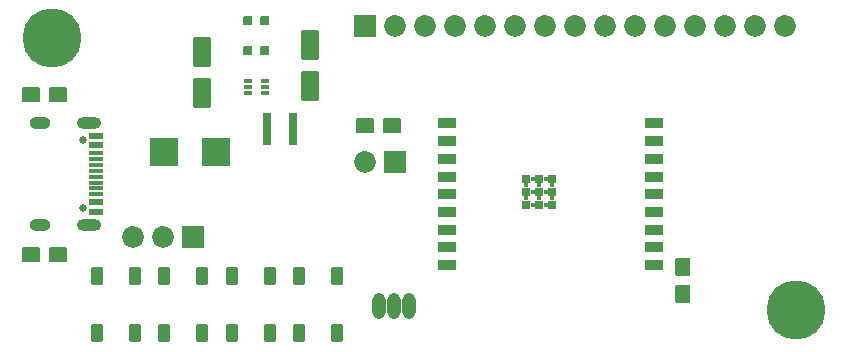
<source format=gbr>
%TF.GenerationSoftware,Altium Limited,Altium Designer,24.0.1 (36)*%
G04 Layer_Color=255*
%FSLAX45Y45*%
%MOMM*%
%TF.SameCoordinates,DDEBADB9-0EAF-4DA9-B7D3-1C4C0305AAAB*%
%TF.FilePolarity,Positive*%
%TF.FileFunction,Pads,Top*%
%TF.Part,Single*%
G01*
G75*
%TA.AperFunction,SMDPad,CuDef*%
G04:AMPARAMS|DCode=10|XSize=1.524mm|YSize=1.27mm|CornerRadius=0.09525mm|HoleSize=0mm|Usage=FLASHONLY|Rotation=180.000|XOffset=0mm|YOffset=0mm|HoleType=Round|Shape=RoundedRectangle|*
%AMROUNDEDRECTD10*
21,1,1.52400,1.07950,0,0,180.0*
21,1,1.33350,1.27000,0,0,180.0*
1,1,0.19050,-0.66675,0.53975*
1,1,0.19050,0.66675,0.53975*
1,1,0.19050,0.66675,-0.53975*
1,1,0.19050,-0.66675,-0.53975*
%
%ADD10ROUNDEDRECTD10*%
%TA.AperFunction,BGAPad,CuDef*%
%ADD11R,0.70000X0.70000*%
%TA.AperFunction,SMDPad,CuDef*%
%ADD12R,1.50000X0.90000*%
G04:AMPARAMS|DCode=13|XSize=1.524mm|YSize=1.27mm|CornerRadius=0.09525mm|HoleSize=0mm|Usage=FLASHONLY|Rotation=270.000|XOffset=0mm|YOffset=0mm|HoleType=Round|Shape=RoundedRectangle|*
%AMROUNDEDRECTD13*
21,1,1.52400,1.07950,0,0,270.0*
21,1,1.33350,1.27000,0,0,270.0*
1,1,0.19050,-0.53975,-0.66675*
1,1,0.19050,-0.53975,0.66675*
1,1,0.19050,0.53975,0.66675*
1,1,0.19050,0.53975,-0.66675*
%
%ADD13ROUNDEDRECTD13*%
G04:AMPARAMS|DCode=14|XSize=1mm|YSize=1.5mm|CornerRadius=0.075mm|HoleSize=0mm|Usage=FLASHONLY|Rotation=0.000|XOffset=0mm|YOffset=0mm|HoleType=Round|Shape=RoundedRectangle|*
%AMROUNDEDRECTD14*
21,1,1.00000,1.35000,0,0,0.0*
21,1,0.85000,1.50000,0,0,0.0*
1,1,0.15000,0.42500,-0.67500*
1,1,0.15000,-0.42500,-0.67500*
1,1,0.15000,-0.42500,0.67500*
1,1,0.15000,0.42500,0.67500*
%
%ADD14ROUNDEDRECTD14*%
%ADD15R,0.80000X2.70000*%
G04:AMPARAMS|DCode=16|XSize=0.66mm|YSize=0.31mm|CornerRadius=0.02325mm|HoleSize=0mm|Usage=FLASHONLY|Rotation=0.000|XOffset=0mm|YOffset=0mm|HoleType=Round|Shape=RoundedRectangle|*
%AMROUNDEDRECTD16*
21,1,0.66000,0.26350,0,0,0.0*
21,1,0.61350,0.31000,0,0,0.0*
1,1,0.04650,0.30675,-0.13175*
1,1,0.04650,-0.30675,-0.13175*
1,1,0.04650,-0.30675,0.13175*
1,1,0.04650,0.30675,0.13175*
%
%ADD16ROUNDEDRECTD16*%
G04:AMPARAMS|DCode=17|XSize=0.762mm|YSize=0.762mm|CornerRadius=0.0381mm|HoleSize=0mm|Usage=FLASHONLY|Rotation=0.000|XOffset=0mm|YOffset=0mm|HoleType=Round|Shape=RoundedRectangle|*
%AMROUNDEDRECTD17*
21,1,0.76200,0.68580,0,0,0.0*
21,1,0.68580,0.76200,0,0,0.0*
1,1,0.07620,0.34290,-0.34290*
1,1,0.07620,-0.34290,-0.34290*
1,1,0.07620,-0.34290,0.34290*
1,1,0.07620,0.34290,0.34290*
%
%ADD17ROUNDEDRECTD17*%
%ADD18R,2.40000X2.40000*%
G04:AMPARAMS|DCode=19|XSize=2.5mm|YSize=1.6mm|CornerRadius=0.12mm|HoleSize=0mm|Usage=FLASHONLY|Rotation=90.000|XOffset=0mm|YOffset=0mm|HoleType=Round|Shape=RoundedRectangle|*
%AMROUNDEDRECTD19*
21,1,2.50000,1.36000,0,0,90.0*
21,1,2.26000,1.60000,0,0,90.0*
1,1,0.24000,0.68000,1.13000*
1,1,0.24000,0.68000,-1.13000*
1,1,0.24000,-0.68000,-1.13000*
1,1,0.24000,-0.68000,1.13000*
%
%ADD19ROUNDEDRECTD19*%
%TA.AperFunction,ConnectorPad*%
%ADD20R,1.15000X0.30000*%
%ADD21R,1.15000X0.60000*%
%TA.AperFunction,ComponentPad*%
%ADD27C,1.85000*%
%ADD28R,1.85000X1.85000*%
%ADD29C,0.40000*%
%ADD30O,1.11000X2.22000*%
%ADD31C,0.65000*%
%ADD32O,2.10000X1.00000*%
%ADD33O,1.80000X1.00000*%
%ADD34C,5.00000*%
D10*
X3000000Y1900000D02*
D03*
X3228600D02*
D03*
X403860Y2166620D02*
D03*
X175260D02*
D03*
X406400Y812800D02*
D03*
X177800D02*
D03*
D11*
X4586000Y1456000D02*
D03*
X4476000D02*
D03*
X4366000D02*
D03*
Y1236000D02*
D03*
X4476000D02*
D03*
X4586000D02*
D03*
Y1346000D02*
D03*
X4366000D02*
D03*
X4476000D02*
D03*
D12*
X3697000Y726000D02*
D03*
Y876000D02*
D03*
Y1026000D02*
D03*
Y1176000D02*
D03*
Y1326000D02*
D03*
Y1476000D02*
D03*
Y1626000D02*
D03*
Y1776000D02*
D03*
Y1926000D02*
D03*
X5447000D02*
D03*
Y1776000D02*
D03*
Y1626000D02*
D03*
Y1476000D02*
D03*
Y1326000D02*
D03*
Y1176000D02*
D03*
Y1026000D02*
D03*
Y876000D02*
D03*
Y726000D02*
D03*
D13*
X5697220Y477520D02*
D03*
Y706120D02*
D03*
D14*
X1051500Y637880D02*
D03*
Y147880D02*
D03*
X731500Y637880D02*
D03*
Y147880D02*
D03*
X1874500D02*
D03*
Y637880D02*
D03*
X2194500Y147880D02*
D03*
Y637880D02*
D03*
X1623000D02*
D03*
Y147880D02*
D03*
X1303000Y637880D02*
D03*
Y147880D02*
D03*
X2446000D02*
D03*
Y637880D02*
D03*
X2766000Y147880D02*
D03*
Y637880D02*
D03*
D15*
X2176000Y1879600D02*
D03*
X2396000D02*
D03*
D16*
X2009300Y2285200D02*
D03*
Y2235200D02*
D03*
Y2185200D02*
D03*
X2156300D02*
D03*
Y2235200D02*
D03*
Y2285200D02*
D03*
D17*
X2012950Y2540000D02*
D03*
X2152650D02*
D03*
Y2794000D02*
D03*
X2012950D02*
D03*
D18*
X1740480Y1684020D02*
D03*
X1300480D02*
D03*
D19*
X2540000Y2240800D02*
D03*
Y2590800D02*
D03*
X1625600Y2534400D02*
D03*
Y2184400D02*
D03*
D20*
X725500Y1675000D02*
D03*
Y1625000D02*
D03*
Y1575000D02*
D03*
Y1325000D02*
D03*
Y1375000D02*
D03*
Y1425000D02*
D03*
Y1525000D02*
D03*
Y1475000D02*
D03*
D21*
Y1260000D02*
D03*
Y1740000D02*
D03*
Y1180000D02*
D03*
Y1820000D02*
D03*
D27*
X3000000Y1600000D02*
D03*
X6556000Y2750000D02*
D03*
X6302000D02*
D03*
X4778000D02*
D03*
X4524000D02*
D03*
X4270000D02*
D03*
X4016000D02*
D03*
X3254000D02*
D03*
X3508000D02*
D03*
X3762000D02*
D03*
X5032000D02*
D03*
X5286000D02*
D03*
X5540000D02*
D03*
X5794000D02*
D03*
X6048000D02*
D03*
X1041400Y965200D02*
D03*
X1295400D02*
D03*
D28*
X3254000Y1600000D02*
D03*
X3000000Y2750000D02*
D03*
X1549400Y965200D02*
D03*
D29*
X4586000Y1401000D02*
D03*
X4476000D02*
D03*
X4531000Y1456000D02*
D03*
X4421000D02*
D03*
X4531000Y1346000D02*
D03*
X4586000Y1291000D02*
D03*
X4476000D02*
D03*
X4421000Y1346000D02*
D03*
X4531000Y1236000D02*
D03*
X4366000Y1401000D02*
D03*
Y1291000D02*
D03*
X4421000Y1236000D02*
D03*
D30*
X3124200Y378285D02*
D03*
X3251200D02*
D03*
X3378200D02*
D03*
D31*
X618000Y1789000D02*
D03*
Y1211000D02*
D03*
D32*
X668000Y1068000D02*
D03*
Y1932000D02*
D03*
D33*
X250000Y1068000D02*
D03*
Y1932000D02*
D03*
D34*
X350000Y2650000D02*
D03*
X6650000Y350000D02*
D03*
%TF.MD5,dc29f8721f7e1567394c9de4fea98c17*%
M02*

</source>
